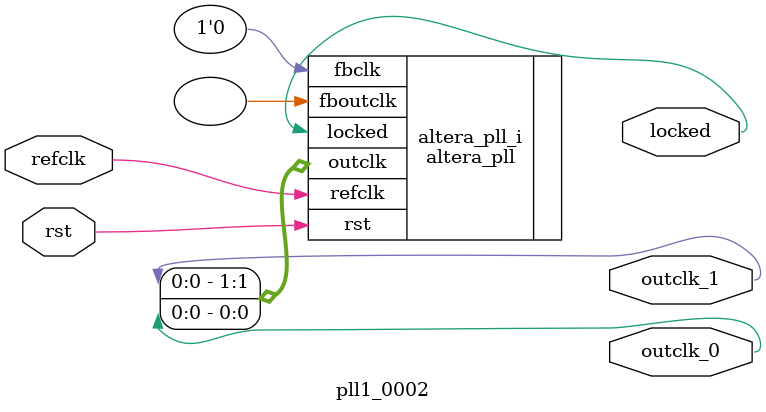
<source format=v>
`timescale 1ns/10ps
module  pll1_0002(

	// interface 'refclk'
	input wire refclk,

	// interface 'reset'
	input wire rst,

	// interface 'outclk0'
	output wire outclk_0,

	// interface 'outclk1'
	output wire outclk_1,

	// interface 'locked'
	output wire locked
);

	altera_pll #(
		.fractional_vco_multiplier("false"),
		.reference_clock_frequency("50.0 MHz"),
		.operation_mode("direct"),
		.number_of_clocks(2),
		.output_clock_frequency0("50.000000 MHz"),
		.phase_shift0("0 ps"),
		.duty_cycle0(50),
		.output_clock_frequency1("10.000000 MHz"),
		.phase_shift1("0 ps"),
		.duty_cycle1(50),
		.output_clock_frequency2("0 MHz"),
		.phase_shift2("0 ps"),
		.duty_cycle2(50),
		.output_clock_frequency3("0 MHz"),
		.phase_shift3("0 ps"),
		.duty_cycle3(50),
		.output_clock_frequency4("0 MHz"),
		.phase_shift4("0 ps"),
		.duty_cycle4(50),
		.output_clock_frequency5("0 MHz"),
		.phase_shift5("0 ps"),
		.duty_cycle5(50),
		.output_clock_frequency6("0 MHz"),
		.phase_shift6("0 ps"),
		.duty_cycle6(50),
		.output_clock_frequency7("0 MHz"),
		.phase_shift7("0 ps"),
		.duty_cycle7(50),
		.output_clock_frequency8("0 MHz"),
		.phase_shift8("0 ps"),
		.duty_cycle8(50),
		.output_clock_frequency9("0 MHz"),
		.phase_shift9("0 ps"),
		.duty_cycle9(50),
		.output_clock_frequency10("0 MHz"),
		.phase_shift10("0 ps"),
		.duty_cycle10(50),
		.output_clock_frequency11("0 MHz"),
		.phase_shift11("0 ps"),
		.duty_cycle11(50),
		.output_clock_frequency12("0 MHz"),
		.phase_shift12("0 ps"),
		.duty_cycle12(50),
		.output_clock_frequency13("0 MHz"),
		.phase_shift13("0 ps"),
		.duty_cycle13(50),
		.output_clock_frequency14("0 MHz"),
		.phase_shift14("0 ps"),
		.duty_cycle14(50),
		.output_clock_frequency15("0 MHz"),
		.phase_shift15("0 ps"),
		.duty_cycle15(50),
		.output_clock_frequency16("0 MHz"),
		.phase_shift16("0 ps"),
		.duty_cycle16(50),
		.output_clock_frequency17("0 MHz"),
		.phase_shift17("0 ps"),
		.duty_cycle17(50),
		.pll_type("General"),
		.pll_subtype("General")
	) altera_pll_i (
		.rst	(rst),
		.outclk	({outclk_1, outclk_0}),
		.locked	(locked),
		.fboutclk	( ),
		.fbclk	(1'b0),
		.refclk	(refclk)
	);
endmodule


</source>
